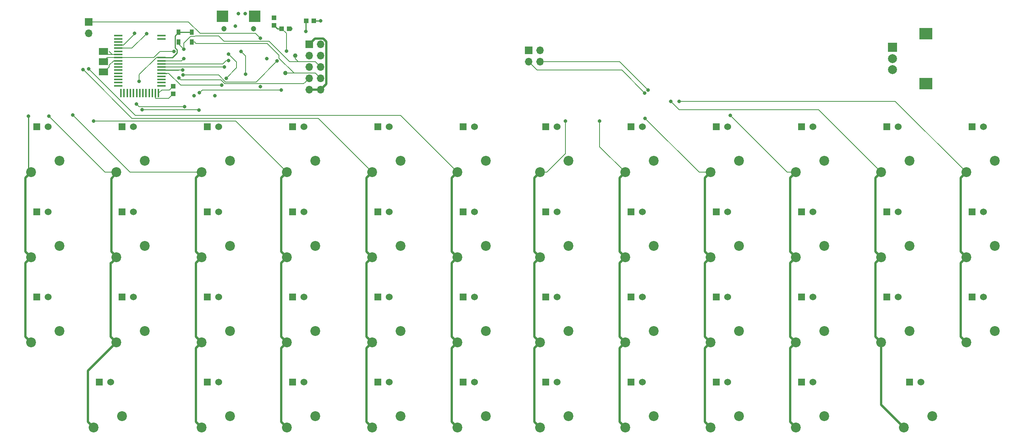
<source format=gbr>
%TF.GenerationSoftware,KiCad,Pcbnew,(5.1.8)-1*%
%TF.CreationDate,2021-03-07T17:47:24+01:00*%
%TF.ProjectId,splitboard,73706c69-7462-46f6-9172-642e6b696361,rev?*%
%TF.SameCoordinates,Original*%
%TF.FileFunction,Copper,L2,Bot*%
%TF.FilePolarity,Positive*%
%FSLAX46Y46*%
G04 Gerber Fmt 4.6, Leading zero omitted, Abs format (unit mm)*
G04 Created by KiCad (PCBNEW (5.1.8)-1) date 2021-03-07 17:47:24*
%MOMM*%
%LPD*%
G01*
G04 APERTURE LIST*
%TA.AperFunction,SMDPad,CuDef*%
%ADD10R,1.850000X0.450000*%
%TD*%
%TA.AperFunction,SMDPad,CuDef*%
%ADD11R,0.450000X1.850000*%
%TD*%
%TA.AperFunction,ComponentPad*%
%ADD12C,2.200000*%
%TD*%
%TA.AperFunction,ComponentPad*%
%ADD13R,1.524000X1.524000*%
%TD*%
%TA.AperFunction,ComponentPad*%
%ADD14C,1.524000*%
%TD*%
%TA.AperFunction,ComponentPad*%
%ADD15R,1.700000X1.700000*%
%TD*%
%TA.AperFunction,ComponentPad*%
%ADD16O,1.700000X1.700000*%
%TD*%
%TA.AperFunction,SMDPad,CuDef*%
%ADD17R,0.900000X1.200000*%
%TD*%
%TA.AperFunction,SMDPad,CuDef*%
%ADD18C,1.000000*%
%TD*%
%TA.AperFunction,ComponentPad*%
%ADD19R,2.000000X2.000000*%
%TD*%
%TA.AperFunction,ComponentPad*%
%ADD20C,2.000000*%
%TD*%
%TA.AperFunction,ComponentPad*%
%ADD21R,3.000000X2.500000*%
%TD*%
%TA.AperFunction,ComponentPad*%
%ADD22C,1.200000*%
%TD*%
%TA.AperFunction,ComponentPad*%
%ADD23R,2.500000X2.500000*%
%TD*%
%TA.AperFunction,SMDPad,CuDef*%
%ADD24R,2.000000X1.500000*%
%TD*%
%TA.AperFunction,SMDPad,CuDef*%
%ADD25R,1.000000X1.100000*%
%TD*%
%TA.AperFunction,SMDPad,CuDef*%
%ADD26R,1.100000X1.000000*%
%TD*%
%TA.AperFunction,ViaPad*%
%ADD27C,0.800000*%
%TD*%
%TA.AperFunction,Conductor*%
%ADD28C,0.200000*%
%TD*%
%TA.AperFunction,Conductor*%
%ADD29C,0.500000*%
%TD*%
%TA.AperFunction,Conductor*%
%ADD30C,0.250000*%
%TD*%
G04 APERTURE END LIST*
D10*
%TO.P,U5,42*%
%TO.N,GND*%
X40387000Y-65342000D03*
%TO.P,U5,41*%
%TO.N,DEC2*%
X40387000Y-66042000D03*
%TO.P,U5,40*%
%TO.N,Net-(U5-Pad40)*%
X40387000Y-66742000D03*
%TO.P,U5,39*%
%TO.N,/CONNECTED*%
X40387000Y-67442000D03*
%TO.P,U5,38*%
%TO.N,/MODE*%
X40387000Y-68142000D03*
%TO.P,U5,37*%
%TO.N,Net-(U5-Pad37)*%
X40387000Y-68842000D03*
%TO.P,U5,36*%
%TO.N,/SWCLK*%
X40387000Y-69542000D03*
%TO.P,U5,35*%
%TO.N,/4_SWDIO/RST*%
X40387000Y-70242000D03*
%TO.P,U5,34*%
%TO.N,/FCTRYRST*%
X40387000Y-70942000D03*
%TO.P,U5,33*%
%TO.N,Net-(U5-Pad33)*%
X40387000Y-71642000D03*
%TO.P,U5,32*%
%TO.N,Net-(U5-Pad32)*%
X40387000Y-72342000D03*
%TO.P,U5,31*%
%TO.N,Net-(U5-Pad31)*%
X40387000Y-73042000D03*
%TO.P,U5,30*%
%TO.N,Net-(U5-Pad30)*%
X40387000Y-73742000D03*
%TO.P,U5,29*%
%TO.N,Net-(U5-Pad29)*%
X40387000Y-74442000D03*
%TO.P,U5,28*%
%TO.N,Net-(U5-Pad28)*%
X40387000Y-75142000D03*
%TO.P,U5,27*%
%TO.N,Net-(U5-Pad27)*%
X40387000Y-75842000D03*
%TO.P,U5,26*%
%TO.N,Net-(U5-Pad26)*%
X40387000Y-76542000D03*
D11*
%TO.P,U5,25*%
%TO.N,GND*%
X41012000Y-78167000D03*
%TO.P,U5,24*%
%TO.N,Net-(U5-Pad24)*%
X41712000Y-78167000D03*
%TO.P,U5,23*%
%TO.N,Net-(U5-Pad23)*%
X42412000Y-78167000D03*
%TO.P,U5,22*%
%TO.N,Net-(U5-Pad22)*%
X43112000Y-78167000D03*
%TO.P,U5,21*%
%TO.N,Net-(U5-Pad21)*%
X43812000Y-78167000D03*
%TO.P,U5,20*%
%TO.N,Net-(U5-Pad20)*%
X44512000Y-78167000D03*
%TO.P,U5,19*%
%TO.N,Net-(U5-Pad19)*%
X45212000Y-78167000D03*
%TO.P,U5,18*%
%TO.N,Net-(U5-Pad18)*%
X45912000Y-78167000D03*
%TO.P,U5,17*%
%TO.N,Net-(U5-Pad17)*%
X46612000Y-78167000D03*
%TO.P,U5,16*%
%TO.N,GND*%
X47312000Y-78167000D03*
%TO.P,U5,15*%
%TO.N,DCC*%
X48012000Y-78167000D03*
%TO.P,U5,14*%
%TO.N,+3V3*%
X48712000Y-78167000D03*
%TO.P,U5,13*%
%TO.N,GND*%
X49412000Y-78167000D03*
D10*
%TO.P,U5,12*%
%TO.N,Net-(U5-Pad12)*%
X50037000Y-76542000D03*
%TO.P,U5,11*%
%TO.N,Net-(U5-Pad11)*%
X50037000Y-75842000D03*
%TO.P,U5,10*%
%TO.N,Net-(U5-Pad10)*%
X50037000Y-75142000D03*
%TO.P,U5,9*%
%TO.N,Net-(U5-Pad9)*%
X50037000Y-74442000D03*
%TO.P,U5,8*%
%TO.N,/7_BLE_IRQ*%
X50037000Y-73742000D03*
%TO.P,U5,7*%
%TO.N,/8_BLE_CS*%
X50037000Y-73042000D03*
%TO.P,U5,6*%
%TO.N,/MOSI*%
X50037000Y-72342000D03*
%TO.P,U5,5*%
%TO.N,/MISO*%
X50037000Y-71642000D03*
%TO.P,U5,4*%
%TO.N,/SCK*%
X50037000Y-70942000D03*
%TO.P,U5,3*%
%TO.N,+3V3*%
X50037000Y-70242000D03*
%TO.P,U5,2*%
%TO.N,GND*%
X50037000Y-66042000D03*
%TO.P,U5,1*%
X50037000Y-65342000D03*
%TD*%
D12*
%TO.P,SW44,1*%
%TO.N,Net-(SW41-Pad1)*%
X215900000Y-153035000D03*
%TO.P,SW44,2*%
%TO.N,Net-(SW28-Pad2)*%
X222250000Y-150495000D03*
D13*
%TO.P,SW44,3*%
%TO.N,gnd1*%
X217170000Y-142875000D03*
D14*
%TO.P,SW44,4*%
%TO.N,Net-(R44-Pad1)*%
X219710000Y-142875000D03*
%TD*%
D12*
%TO.P,SW5,1*%
%TO.N,Net-(SW5-Pad1)*%
X40005000Y-95885000D03*
%TO.P,SW5,2*%
%TO.N,Net-(SW1-Pad2)*%
X46355000Y-93345000D03*
D13*
%TO.P,SW5,3*%
%TO.N,GND*%
X41275000Y-85725000D03*
D14*
%TO.P,SW5,4*%
%TO.N,Net-(R5-Pad1)*%
X43815000Y-85725000D03*
%TD*%
D12*
%TO.P,SW1,1*%
%TO.N,Net-(SW1-Pad1)*%
X20955000Y-95885000D03*
%TO.P,SW1,2*%
%TO.N,Net-(SW1-Pad2)*%
X27305000Y-93345000D03*
D13*
%TO.P,SW1,3*%
%TO.N,GND*%
X22225000Y-85725000D03*
D14*
%TO.P,SW1,4*%
%TO.N,Net-(R1-Pad1)*%
X24765000Y-85725000D03*
%TD*%
D12*
%TO.P,SW22,1*%
%TO.N,Net-(SW21-Pad1)*%
X116205000Y-114935000D03*
%TO.P,SW22,2*%
%TO.N,Net-(SW10-Pad2)*%
X122555000Y-112395000D03*
D13*
%TO.P,SW22,3*%
%TO.N,GND*%
X117475000Y-104775000D03*
D14*
%TO.P,SW22,4*%
%TO.N,Net-(R22-Pad1)*%
X120015000Y-104775000D03*
%TD*%
D12*
%TO.P,SW3,1*%
%TO.N,Net-(SW1-Pad1)*%
X20955000Y-133985000D03*
%TO.P,SW3,2*%
%TO.N,Net-(SW11-Pad2)*%
X27305000Y-131445000D03*
D13*
%TO.P,SW3,3*%
%TO.N,GND*%
X22225000Y-123825000D03*
D14*
%TO.P,SW3,4*%
%TO.N,Net-(R3-Pad1)*%
X24765000Y-123825000D03*
%TD*%
D12*
%TO.P,SW24,1*%
%TO.N,Net-(SW21-Pad1)*%
X116205000Y-153035000D03*
%TO.P,SW24,2*%
%TO.N,Net-(SW12-Pad2)*%
X122555000Y-150495000D03*
D13*
%TO.P,SW24,3*%
%TO.N,GND*%
X117475000Y-142875000D03*
D14*
%TO.P,SW24,4*%
%TO.N,Net-(R24-Pad1)*%
X120015000Y-142875000D03*
%TD*%
D12*
%TO.P,SW19,1*%
%TO.N,Net-(SW17-Pad1)*%
X97155000Y-133985000D03*
%TO.P,SW19,2*%
%TO.N,Net-(SW11-Pad2)*%
X103505000Y-131445000D03*
D13*
%TO.P,SW19,3*%
%TO.N,GND*%
X98425000Y-123825000D03*
D14*
%TO.P,SW19,4*%
%TO.N,Net-(R19-Pad1)*%
X100965000Y-123825000D03*
%TD*%
D12*
%TO.P,SW15,1*%
%TO.N,Net-(SW13-Pad1)*%
X78105000Y-133985000D03*
%TO.P,SW15,2*%
%TO.N,Net-(SW11-Pad2)*%
X84455000Y-131445000D03*
D13*
%TO.P,SW15,3*%
%TO.N,GND*%
X79375000Y-123825000D03*
D14*
%TO.P,SW15,4*%
%TO.N,Net-(R15-Pad1)*%
X81915000Y-123825000D03*
%TD*%
D12*
%TO.P,SW47,1*%
%TO.N,Net-(SW45-Pad1)*%
X229870000Y-133985000D03*
%TO.P,SW47,2*%
%TO.N,Net-(SW27-Pad2)*%
X236220000Y-131445000D03*
D13*
%TO.P,SW47,3*%
%TO.N,gnd1*%
X231140000Y-123825000D03*
D14*
%TO.P,SW47,4*%
%TO.N,Net-(R47-Pad1)*%
X233680000Y-123825000D03*
%TD*%
D12*
%TO.P,SW46,1*%
%TO.N,Net-(SW45-Pad1)*%
X229870000Y-114935000D03*
%TO.P,SW46,2*%
%TO.N,Net-(SW26-Pad2)*%
X236220000Y-112395000D03*
D13*
%TO.P,SW46,3*%
%TO.N,gnd1*%
X231140000Y-104775000D03*
D14*
%TO.P,SW46,4*%
%TO.N,Net-(R46-Pad1)*%
X233680000Y-104775000D03*
%TD*%
D12*
%TO.P,SW45,1*%
%TO.N,Net-(SW45-Pad1)*%
X229870000Y-95885000D03*
%TO.P,SW45,2*%
%TO.N,Net-(SW25-Pad2)*%
X236220000Y-93345000D03*
D13*
%TO.P,SW45,3*%
%TO.N,gnd1*%
X231140000Y-85725000D03*
D14*
%TO.P,SW45,4*%
%TO.N,Net-(R45-Pad1)*%
X233680000Y-85725000D03*
%TD*%
D12*
%TO.P,SW43,1*%
%TO.N,Net-(SW41-Pad1)*%
X210820000Y-133985000D03*
%TO.P,SW43,2*%
%TO.N,Net-(SW27-Pad2)*%
X217170000Y-131445000D03*
D13*
%TO.P,SW43,3*%
%TO.N,gnd1*%
X212090000Y-123825000D03*
D14*
%TO.P,SW43,4*%
%TO.N,Net-(R43-Pad1)*%
X214630000Y-123825000D03*
%TD*%
D12*
%TO.P,SW42,1*%
%TO.N,Net-(SW41-Pad1)*%
X210820000Y-114935000D03*
%TO.P,SW42,2*%
%TO.N,Net-(SW26-Pad2)*%
X217170000Y-112395000D03*
D13*
%TO.P,SW42,3*%
%TO.N,gnd1*%
X212090000Y-104775000D03*
D14*
%TO.P,SW42,4*%
%TO.N,Net-(R42-Pad1)*%
X214630000Y-104775000D03*
%TD*%
D12*
%TO.P,SW41,1*%
%TO.N,Net-(SW41-Pad1)*%
X210820000Y-95885000D03*
%TO.P,SW41,2*%
%TO.N,Net-(SW25-Pad2)*%
X217170000Y-93345000D03*
D13*
%TO.P,SW41,3*%
%TO.N,gnd1*%
X212090000Y-85725000D03*
D14*
%TO.P,SW41,4*%
%TO.N,Net-(R41-Pad1)*%
X214630000Y-85725000D03*
%TD*%
D12*
%TO.P,SW40,1*%
%TO.N,Net-(SW37-Pad1)*%
X191770000Y-153035000D03*
%TO.P,SW40,2*%
%TO.N,Net-(SW28-Pad2)*%
X198120000Y-150495000D03*
D13*
%TO.P,SW40,3*%
%TO.N,gnd1*%
X193040000Y-142875000D03*
D14*
%TO.P,SW40,4*%
%TO.N,Net-(R40-Pad1)*%
X195580000Y-142875000D03*
%TD*%
D12*
%TO.P,SW39,1*%
%TO.N,Net-(SW37-Pad1)*%
X191770000Y-133985000D03*
%TO.P,SW39,2*%
%TO.N,Net-(SW27-Pad2)*%
X198120000Y-131445000D03*
D13*
%TO.P,SW39,3*%
%TO.N,gnd1*%
X193040000Y-123825000D03*
D14*
%TO.P,SW39,4*%
%TO.N,Net-(R39-Pad1)*%
X195580000Y-123825000D03*
%TD*%
D12*
%TO.P,SW38,1*%
%TO.N,Net-(SW37-Pad1)*%
X191770000Y-114935000D03*
%TO.P,SW38,2*%
%TO.N,Net-(SW26-Pad2)*%
X198120000Y-112395000D03*
D13*
%TO.P,SW38,3*%
%TO.N,gnd1*%
X193040000Y-104775000D03*
D14*
%TO.P,SW38,4*%
%TO.N,Net-(R38-Pad1)*%
X195580000Y-104775000D03*
%TD*%
D12*
%TO.P,SW37,1*%
%TO.N,Net-(SW37-Pad1)*%
X191770000Y-95885000D03*
%TO.P,SW37,2*%
%TO.N,Net-(SW25-Pad2)*%
X198120000Y-93345000D03*
D13*
%TO.P,SW37,3*%
%TO.N,gnd1*%
X193040000Y-85725000D03*
D14*
%TO.P,SW37,4*%
%TO.N,Net-(R37-Pad1)*%
X195580000Y-85725000D03*
%TD*%
D12*
%TO.P,SW36,1*%
%TO.N,Net-(SW33-Pad1)*%
X172720000Y-153035000D03*
%TO.P,SW36,2*%
%TO.N,Net-(SW28-Pad2)*%
X179070000Y-150495000D03*
D13*
%TO.P,SW36,3*%
%TO.N,gnd1*%
X173990000Y-142875000D03*
D14*
%TO.P,SW36,4*%
%TO.N,Net-(R36-Pad1)*%
X176530000Y-142875000D03*
%TD*%
D12*
%TO.P,SW35,1*%
%TO.N,Net-(SW33-Pad1)*%
X172720000Y-133985000D03*
%TO.P,SW35,2*%
%TO.N,Net-(SW27-Pad2)*%
X179070000Y-131445000D03*
D13*
%TO.P,SW35,3*%
%TO.N,gnd1*%
X173990000Y-123825000D03*
D14*
%TO.P,SW35,4*%
%TO.N,Net-(R35-Pad1)*%
X176530000Y-123825000D03*
%TD*%
D12*
%TO.P,SW34,1*%
%TO.N,Net-(SW33-Pad1)*%
X172720000Y-114935000D03*
%TO.P,SW34,2*%
%TO.N,Net-(SW26-Pad2)*%
X179070000Y-112395000D03*
D13*
%TO.P,SW34,3*%
%TO.N,gnd1*%
X173990000Y-104775000D03*
D14*
%TO.P,SW34,4*%
%TO.N,Net-(R34-Pad1)*%
X176530000Y-104775000D03*
%TD*%
D12*
%TO.P,SW33,1*%
%TO.N,Net-(SW33-Pad1)*%
X172720000Y-95885000D03*
%TO.P,SW33,2*%
%TO.N,Net-(SW25-Pad2)*%
X179070000Y-93345000D03*
D13*
%TO.P,SW33,3*%
%TO.N,gnd1*%
X173990000Y-85725000D03*
D14*
%TO.P,SW33,4*%
%TO.N,Net-(R33-Pad1)*%
X176530000Y-85725000D03*
%TD*%
D12*
%TO.P,SW32,1*%
%TO.N,Net-(SW29-Pad1)*%
X153670000Y-153035000D03*
%TO.P,SW32,2*%
%TO.N,Net-(SW28-Pad2)*%
X160020000Y-150495000D03*
D13*
%TO.P,SW32,3*%
%TO.N,gnd1*%
X154940000Y-142875000D03*
D14*
%TO.P,SW32,4*%
%TO.N,Net-(R32-Pad1)*%
X157480000Y-142875000D03*
%TD*%
D12*
%TO.P,SW31,1*%
%TO.N,Net-(SW29-Pad1)*%
X153670000Y-133985000D03*
%TO.P,SW31,2*%
%TO.N,Net-(SW27-Pad2)*%
X160020000Y-131445000D03*
D13*
%TO.P,SW31,3*%
%TO.N,gnd1*%
X154940000Y-123825000D03*
D14*
%TO.P,SW31,4*%
%TO.N,Net-(R31-Pad1)*%
X157480000Y-123825000D03*
%TD*%
D12*
%TO.P,SW30,1*%
%TO.N,Net-(SW29-Pad1)*%
X153670000Y-114935000D03*
%TO.P,SW30,2*%
%TO.N,Net-(SW26-Pad2)*%
X160020000Y-112395000D03*
D13*
%TO.P,SW30,3*%
%TO.N,gnd1*%
X154940000Y-104775000D03*
D14*
%TO.P,SW30,4*%
%TO.N,Net-(R30-Pad1)*%
X157480000Y-104775000D03*
%TD*%
D12*
%TO.P,SW29,1*%
%TO.N,Net-(SW29-Pad1)*%
X153670000Y-95885000D03*
%TO.P,SW29,2*%
%TO.N,Net-(SW25-Pad2)*%
X160020000Y-93345000D03*
D13*
%TO.P,SW29,3*%
%TO.N,gnd1*%
X154940000Y-85725000D03*
D14*
%TO.P,SW29,4*%
%TO.N,Net-(R29-Pad1)*%
X157480000Y-85725000D03*
%TD*%
D12*
%TO.P,SW28,1*%
%TO.N,Net-(SW25-Pad1)*%
X134620000Y-153035000D03*
%TO.P,SW28,2*%
%TO.N,Net-(SW28-Pad2)*%
X140970000Y-150495000D03*
D13*
%TO.P,SW28,3*%
%TO.N,gnd1*%
X135890000Y-142875000D03*
D14*
%TO.P,SW28,4*%
%TO.N,Net-(R28-Pad1)*%
X138430000Y-142875000D03*
%TD*%
D12*
%TO.P,SW27,1*%
%TO.N,Net-(SW25-Pad1)*%
X134620000Y-133985000D03*
%TO.P,SW27,2*%
%TO.N,Net-(SW27-Pad2)*%
X140970000Y-131445000D03*
D13*
%TO.P,SW27,3*%
%TO.N,gnd1*%
X135890000Y-123825000D03*
D14*
%TO.P,SW27,4*%
%TO.N,Net-(R27-Pad1)*%
X138430000Y-123825000D03*
%TD*%
D12*
%TO.P,SW26,1*%
%TO.N,Net-(SW25-Pad1)*%
X134620000Y-114935000D03*
%TO.P,SW26,2*%
%TO.N,Net-(SW26-Pad2)*%
X140970000Y-112395000D03*
D13*
%TO.P,SW26,3*%
%TO.N,gnd1*%
X135890000Y-104775000D03*
D14*
%TO.P,SW26,4*%
%TO.N,Net-(R26-Pad1)*%
X138430000Y-104775000D03*
%TD*%
D12*
%TO.P,SW25,1*%
%TO.N,Net-(SW25-Pad1)*%
X134620000Y-95885000D03*
%TO.P,SW25,2*%
%TO.N,Net-(SW25-Pad2)*%
X140970000Y-93345000D03*
D13*
%TO.P,SW25,3*%
%TO.N,gnd1*%
X135890000Y-85725000D03*
D14*
%TO.P,SW25,4*%
%TO.N,Net-(R25-Pad1)*%
X138430000Y-85725000D03*
%TD*%
D12*
%TO.P,SW23,1*%
%TO.N,Net-(SW21-Pad1)*%
X116205000Y-133985000D03*
%TO.P,SW23,2*%
%TO.N,Net-(SW11-Pad2)*%
X122555000Y-131445000D03*
D13*
%TO.P,SW23,3*%
%TO.N,GND*%
X117475000Y-123825000D03*
D14*
%TO.P,SW23,4*%
%TO.N,Net-(R23-Pad1)*%
X120015000Y-123825000D03*
%TD*%
D12*
%TO.P,SW21,1*%
%TO.N,Net-(SW21-Pad1)*%
X116205000Y-95885000D03*
%TO.P,SW21,2*%
%TO.N,Net-(SW1-Pad2)*%
X122555000Y-93345000D03*
D13*
%TO.P,SW21,3*%
%TO.N,GND*%
X117475000Y-85725000D03*
D14*
%TO.P,SW21,4*%
%TO.N,Net-(R21-Pad1)*%
X120015000Y-85725000D03*
%TD*%
D12*
%TO.P,SW20,1*%
%TO.N,Net-(SW17-Pad1)*%
X97155000Y-153035000D03*
%TO.P,SW20,2*%
%TO.N,Net-(SW12-Pad2)*%
X103505000Y-150495000D03*
D13*
%TO.P,SW20,3*%
%TO.N,GND*%
X98425000Y-142875000D03*
D14*
%TO.P,SW20,4*%
%TO.N,Net-(R20-Pad1)*%
X100965000Y-142875000D03*
%TD*%
D12*
%TO.P,SW18,1*%
%TO.N,Net-(SW17-Pad1)*%
X97155000Y-114935000D03*
%TO.P,SW18,2*%
%TO.N,Net-(SW10-Pad2)*%
X103505000Y-112395000D03*
D13*
%TO.P,SW18,3*%
%TO.N,GND*%
X98425000Y-104775000D03*
D14*
%TO.P,SW18,4*%
%TO.N,Net-(R18-Pad1)*%
X100965000Y-104775000D03*
%TD*%
D12*
%TO.P,SW17,1*%
%TO.N,Net-(SW17-Pad1)*%
X97155000Y-95885000D03*
%TO.P,SW17,2*%
%TO.N,Net-(SW1-Pad2)*%
X103505000Y-93345000D03*
D13*
%TO.P,SW17,3*%
%TO.N,GND*%
X98425000Y-85725000D03*
D14*
%TO.P,SW17,4*%
%TO.N,Net-(R17-Pad1)*%
X100965000Y-85725000D03*
%TD*%
D12*
%TO.P,SW16,1*%
%TO.N,Net-(SW13-Pad1)*%
X78105000Y-153035000D03*
%TO.P,SW16,2*%
%TO.N,Net-(SW12-Pad2)*%
X84455000Y-150495000D03*
D13*
%TO.P,SW16,3*%
%TO.N,GND*%
X79375000Y-142875000D03*
D14*
%TO.P,SW16,4*%
%TO.N,Net-(R16-Pad1)*%
X81915000Y-142875000D03*
%TD*%
D12*
%TO.P,SW14,1*%
%TO.N,Net-(SW13-Pad1)*%
X78105000Y-114935000D03*
%TO.P,SW14,2*%
%TO.N,Net-(SW10-Pad2)*%
X84455000Y-112395000D03*
D13*
%TO.P,SW14,3*%
%TO.N,GND*%
X79375000Y-104775000D03*
D14*
%TO.P,SW14,4*%
%TO.N,Net-(R14-Pad1)*%
X81915000Y-104775000D03*
%TD*%
D12*
%TO.P,SW13,1*%
%TO.N,Net-(SW13-Pad1)*%
X78105000Y-95885000D03*
%TO.P,SW13,2*%
%TO.N,Net-(SW1-Pad2)*%
X84455000Y-93345000D03*
D13*
%TO.P,SW13,3*%
%TO.N,GND*%
X79375000Y-85725000D03*
D14*
%TO.P,SW13,4*%
%TO.N,Net-(R13-Pad1)*%
X81915000Y-85725000D03*
%TD*%
D12*
%TO.P,SW12,1*%
%TO.N,Net-(SW10-Pad1)*%
X59055000Y-153035000D03*
%TO.P,SW12,2*%
%TO.N,Net-(SW12-Pad2)*%
X65405000Y-150495000D03*
D13*
%TO.P,SW12,3*%
%TO.N,GND*%
X60325000Y-142875000D03*
D14*
%TO.P,SW12,4*%
%TO.N,Net-(R12-Pad1)*%
X62865000Y-142875000D03*
%TD*%
D12*
%TO.P,SW11,1*%
%TO.N,Net-(SW10-Pad1)*%
X59055000Y-133985000D03*
%TO.P,SW11,2*%
%TO.N,Net-(SW11-Pad2)*%
X65405000Y-131445000D03*
D13*
%TO.P,SW11,3*%
%TO.N,GND*%
X60325000Y-123825000D03*
D14*
%TO.P,SW11,4*%
%TO.N,Net-(R11-Pad1)*%
X62865000Y-123825000D03*
%TD*%
D12*
%TO.P,SW10,1*%
%TO.N,Net-(SW10-Pad1)*%
X59055000Y-114935000D03*
%TO.P,SW10,2*%
%TO.N,Net-(SW10-Pad2)*%
X65405000Y-112395000D03*
D13*
%TO.P,SW10,3*%
%TO.N,GND*%
X60325000Y-104775000D03*
D14*
%TO.P,SW10,4*%
%TO.N,Net-(R10-Pad1)*%
X62865000Y-104775000D03*
%TD*%
D12*
%TO.P,SW9,1*%
%TO.N,Net-(SW10-Pad1)*%
X59055000Y-95885000D03*
%TO.P,SW9,2*%
%TO.N,Net-(SW1-Pad2)*%
X65405000Y-93345000D03*
D13*
%TO.P,SW9,3*%
%TO.N,GND*%
X60325000Y-85725000D03*
D14*
%TO.P,SW9,4*%
%TO.N,Net-(R9-Pad1)*%
X62865000Y-85725000D03*
%TD*%
D12*
%TO.P,SW8,1*%
%TO.N,Net-(SW5-Pad1)*%
X34925000Y-153035000D03*
%TO.P,SW8,2*%
%TO.N,Net-(SW12-Pad2)*%
X41275000Y-150495000D03*
D13*
%TO.P,SW8,3*%
%TO.N,GND*%
X36195000Y-142875000D03*
D14*
%TO.P,SW8,4*%
%TO.N,Net-(R8-Pad1)*%
X38735000Y-142875000D03*
%TD*%
D12*
%TO.P,SW7,1*%
%TO.N,Net-(SW5-Pad1)*%
X40005000Y-133985000D03*
%TO.P,SW7,2*%
%TO.N,Net-(SW11-Pad2)*%
X46355000Y-131445000D03*
D13*
%TO.P,SW7,3*%
%TO.N,GND*%
X41275000Y-123825000D03*
D14*
%TO.P,SW7,4*%
%TO.N,Net-(R7-Pad1)*%
X43815000Y-123825000D03*
%TD*%
D12*
%TO.P,SW6,1*%
%TO.N,Net-(SW5-Pad1)*%
X40005000Y-114935000D03*
%TO.P,SW6,2*%
%TO.N,Net-(SW10-Pad2)*%
X46355000Y-112395000D03*
D13*
%TO.P,SW6,3*%
%TO.N,GND*%
X41275000Y-104775000D03*
D14*
%TO.P,SW6,4*%
%TO.N,Net-(R6-Pad1)*%
X43815000Y-104775000D03*
%TD*%
D12*
%TO.P,SW2,1*%
%TO.N,Net-(SW1-Pad1)*%
X20955000Y-114935000D03*
%TO.P,SW2,2*%
%TO.N,Net-(SW10-Pad2)*%
X27305000Y-112395000D03*
D13*
%TO.P,SW2,3*%
%TO.N,GND*%
X22225000Y-104775000D03*
D14*
%TO.P,SW2,4*%
%TO.N,Net-(R2-Pad1)*%
X24765000Y-104775000D03*
%TD*%
D15*
%TO.P,J1,1*%
%TO.N,GND*%
X83058000Y-67246500D03*
D16*
%TO.P,J1,2*%
%TO.N,VBAT*%
X85598000Y-67246500D03*
%TO.P,J1,3*%
%TO.N,+3V3*%
X83058000Y-69786500D03*
%TO.P,J1,4*%
X85598000Y-69786500D03*
%TO.P,J1,5*%
%TO.N,/A0*%
X83058000Y-72326500D03*
%TO.P,J1,6*%
%TO.N,sda*%
X85598000Y-72326500D03*
%TO.P,J1,7*%
%TO.N,/5*%
X83058000Y-74866500D03*
%TO.P,J1,8*%
%TO.N,scl*%
X85598000Y-74866500D03*
%TO.P,J1,9*%
%TO.N,GND*%
X83058000Y-77406500D03*
%TO.P,J1,10*%
X85598000Y-77406500D03*
%TD*%
D17*
%TO.P,R55,1*%
%TO.N,scl*%
X56845200Y-66784400D03*
%TO.P,R55,2*%
%TO.N,+3V3*%
X56845200Y-64584400D03*
%TD*%
%TO.P,R54,1*%
%TO.N,+3V3*%
X53848000Y-64584400D03*
%TO.P,R54,2*%
%TO.N,sda*%
X53848000Y-66784400D03*
%TD*%
D18*
%TO.P,TP2,1*%
%TO.N,sda*%
X79959200Y-69799200D03*
%TD*%
%TO.P,TP1,1*%
%TO.N,scl*%
X77724000Y-73660000D03*
%TD*%
D19*
%TO.P,SW50,A*%
%TO.N,Net-(R48-Pad2)*%
X213360000Y-67945000D03*
D20*
%TO.P,SW50,C*%
%TO.N,gnd1*%
X213360000Y-70445000D03*
%TO.P,SW50,B*%
%TO.N,Net-(R49-Pad2)*%
X213360000Y-72945000D03*
D21*
%TO.P,SW50,MP*%
%TO.N,N/C*%
X220860000Y-64845000D03*
X220860000Y-76045000D03*
%TD*%
D16*
%TO.P,J3,2*%
%TO.N,GND*%
X33782000Y-64770000D03*
D15*
%TO.P,J3,1*%
%TO.N,Net-(J3-Pad1)*%
X33782000Y-62230000D03*
%TD*%
D16*
%TO.P,J2,4*%
%TO.N,sda1*%
X134620000Y-71120000D03*
%TO.P,J2,3*%
%TO.N,scl1*%
X132080000Y-71120000D03*
%TO.P,J2,2*%
%TO.N,gnd1*%
X134620000Y-68580000D03*
D15*
%TO.P,J2,1*%
%TO.N,vcc1*%
X132080000Y-68580000D03*
%TD*%
D22*
%TO.P,X3,SPRT@2*%
%TO.N,GND*%
X64010000Y-63765000D03*
%TO.P,X3,SPRT@1*%
X70610000Y-63765000D03*
D23*
%TO.P,X3,SPRT@3*%
X70910000Y-60965000D03*
%TO.P,X3,SPRT@4*%
X63710000Y-60965000D03*
%TD*%
D24*
%TO.P,TP103,P$1*%
%TO.N,/FCTRYRST*%
X37084000Y-73406000D03*
%TD*%
%TO.P,TP102,P$1*%
%TO.N,/4_SWDIO/RST*%
X37084000Y-71120000D03*
%TD*%
%TO.P,TP101,P$1*%
%TO.N,/SWCLK*%
X37084000Y-68834000D03*
%TD*%
D25*
%TO.P,R106,2*%
%TO.N,GND*%
X75184000Y-61292000D03*
%TO.P,R106,1*%
%TO.N,/9*%
X75184000Y-62992000D03*
%TD*%
D26*
%TO.P,R103,2*%
%TO.N,/9*%
X76874000Y-63754000D03*
%TO.P,R103,1*%
%TO.N,VBAT*%
X78574000Y-63754000D03*
%TD*%
%TO.P,R102,2*%
%TO.N,Net-(R102-Pad2)*%
X82374000Y-61976000D03*
%TO.P,R102,1*%
%TO.N,Net-(CHG1-PadC)*%
X84074000Y-61976000D03*
%TD*%
D25*
%TO.P,C4,2*%
%TO.N,GND*%
X52705000Y-76620000D03*
%TO.P,C4,1*%
%TO.N,+3V3*%
X52705000Y-78320000D03*
%TD*%
D27*
%TO.N,scl*%
X56845200Y-66784400D03*
X45720000Y-81915000D03*
X58420000Y-81980010D03*
%TO.N,sda*%
X55016400Y-68376800D03*
X44449958Y-80645000D03*
X55245000Y-81214990D03*
%TO.N,GND*%
X73609200Y-70459600D03*
X66558500Y-63228277D03*
X67258500Y-60420500D03*
X68758500Y-60420500D03*
X62025000Y-78740018D03*
X72136000Y-76769990D03*
X57365018Y-78739982D03*
%TO.N,scl1*%
X158042869Y-78177137D03*
%TO.N,sda1*%
X158749948Y-77470000D03*
%TO.N,Net-(SW1-Pad1)*%
X20320000Y-83337400D03*
%TO.N,Net-(SW10-Pad1)*%
X30226000Y-83058000D03*
%TO.N,Net-(SW25-Pad1)*%
X140335000Y-84455000D03*
%TO.N,Net-(SW29-Pad1)*%
X147955000Y-84455000D03*
%TO.N,Net-(SW13-Pad1)*%
X34925000Y-84455008D03*
%TO.N,Net-(SW5-Pad1)*%
X24942800Y-83362800D03*
%TO.N,Net-(SW17-Pad1)*%
X32519998Y-72890012D03*
%TO.N,Net-(SW21-Pad1)*%
X33785852Y-72749095D03*
%TO.N,Net-(SW33-Pad1)*%
X158115000Y-83820000D03*
%TO.N,Net-(SW37-Pad1)*%
X177165000Y-83185000D03*
%TO.N,Net-(SW41-Pad1)*%
X163829996Y-80009996D03*
%TO.N,Net-(SW45-Pad1)*%
X165734990Y-80010000D03*
%TO.N,VBAT*%
X78893902Y-63754000D03*
%TO.N,+3V3*%
X45085000Y-75565000D03*
%TO.N,Net-(CHG1-PadC)*%
X85598000Y-61976000D03*
%TO.N,/A0*%
X76835000Y-77470000D03*
X58505743Y-78135002D03*
%TO.N,/5*%
X53949600Y-74828400D03*
%TO.N,/9*%
X54877025Y-74154975D03*
X75895200Y-71018400D03*
X77978000Y-68783200D03*
%TO.N,/8_BLE_CS*%
X54762400Y-73050400D03*
%TO.N,/4_SWDIO/RST*%
X52832004Y-68834000D03*
%TO.N,/MISO*%
X65024000Y-70866000D03*
%TO.N,/MOSI*%
X64135999Y-72340159D03*
%TO.N,/SCK*%
X55016399Y-70459599D03*
%TO.N,Net-(IC1-Pad4)*%
X64535997Y-74852168D03*
X65024000Y-69430000D03*
%TO.N,Net-(IC1-Pad3)*%
X68834000Y-73926002D03*
X67818000Y-68834008D03*
%TO.N,/7_BLE_IRQ*%
X63500000Y-76407766D03*
%TO.N,/MODE*%
X46736000Y-64858000D03*
%TO.N,Net-(R102-Pad2)*%
X82296000Y-64416000D03*
%TO.N,/CONNECTED*%
X44060676Y-64839256D03*
%TO.N,Net-(J3-Pad1)*%
X72143133Y-65903199D03*
%TD*%
D28*
%TO.N,scl*%
X85598000Y-74866500D02*
X84447999Y-73716499D01*
X78487605Y-73716499D02*
X80969501Y-73716499D01*
X78431106Y-73660000D02*
X78487605Y-73716499D01*
X77724000Y-73660000D02*
X78431106Y-73660000D01*
X84447999Y-73716499D02*
X80969501Y-73716499D01*
X45720000Y-81915000D02*
X58354990Y-81915000D01*
X58354990Y-81915000D02*
X58420000Y-81980010D01*
X57495200Y-66784400D02*
X56845200Y-66784400D01*
X57766800Y-67056000D02*
X57495200Y-66784400D01*
X73660000Y-67056000D02*
X57766800Y-67056000D01*
X76301600Y-69697600D02*
X73660000Y-67056000D01*
X76301600Y-70358000D02*
X76301600Y-69697600D01*
X79660099Y-73716499D02*
X76301600Y-70358000D01*
X80969501Y-73716499D02*
X79660099Y-73716499D01*
%TO.N,sda*%
X53848000Y-67208400D02*
X53848000Y-66784400D01*
X55016400Y-68376800D02*
X53848000Y-67208400D01*
X84748001Y-71476501D02*
X85598000Y-72326500D01*
X84447999Y-71176499D02*
X84748001Y-71476501D01*
X80629393Y-71176499D02*
X84447999Y-71176499D01*
X79959200Y-70506306D02*
X80629393Y-71176499D01*
X79959200Y-69799200D02*
X79959200Y-70506306D01*
X45019948Y-81214990D02*
X55245000Y-81214990D01*
X44449958Y-80645000D02*
X45019948Y-81214990D01*
X57595201Y-65424401D02*
X57595201Y-65405000D01*
X78644099Y-71176499D02*
X84447999Y-71176499D01*
X74070801Y-66603201D02*
X78644099Y-71176499D01*
X71751930Y-66548000D02*
X71807131Y-66603201D01*
X55016400Y-68376800D02*
X55016400Y-67023198D01*
X62862099Y-65405000D02*
X64005099Y-66548000D01*
X57595201Y-65405000D02*
X62862099Y-65405000D01*
X57535201Y-65484401D02*
X57595201Y-65424401D01*
X56555197Y-65484401D02*
X57535201Y-65484401D01*
X71807131Y-66603201D02*
X74070801Y-66603201D01*
X55016400Y-67023198D02*
X56555197Y-65484401D01*
X64005099Y-66548000D02*
X71751930Y-66548000D01*
D29*
%TO.N,GND*%
X86447999Y-76556501D02*
X85598000Y-77406500D01*
X86898001Y-76106499D02*
X86447999Y-76556501D01*
X86898001Y-66622499D02*
X86898001Y-76106499D01*
X86222001Y-65946499D02*
X86898001Y-66622499D01*
X84358001Y-65946499D02*
X86222001Y-65946499D01*
X83058000Y-67246500D02*
X84358001Y-65946499D01*
X85598000Y-77406500D02*
X83058000Y-77406500D01*
D28*
X51855001Y-77469999D02*
X52705000Y-76620000D01*
X50109001Y-77469999D02*
X51855001Y-77469999D01*
X49412000Y-78167000D02*
X50109001Y-77469999D01*
%TO.N,scl1*%
X132080000Y-71120000D02*
X133985000Y-73025000D01*
X152890732Y-73025000D02*
X158042869Y-78177137D01*
X133985000Y-73025000D02*
X152890732Y-73025000D01*
%TO.N,sda1*%
X152399948Y-71120000D02*
X158749948Y-77470000D01*
X134620000Y-71120000D02*
X152399948Y-71120000D01*
D29*
%TO.N,Net-(SW1-Pad1)*%
X20955000Y-133985000D02*
X19685000Y-132715000D01*
X19685000Y-132715000D02*
X19685000Y-116205000D01*
X19685000Y-116205000D02*
X20955000Y-114935000D01*
X20955000Y-114935000D02*
X19685000Y-113665000D01*
X19685000Y-113665000D02*
X19685000Y-97155000D01*
X19685000Y-97155000D02*
X20955000Y-95885000D01*
D30*
X20955000Y-95885000D02*
X20320000Y-95250000D01*
X20320000Y-95250000D02*
X20320000Y-83337400D01*
D29*
%TO.N,Net-(SW10-Pad1)*%
X59055000Y-153035000D02*
X57785000Y-151765000D01*
X57785000Y-151765000D02*
X57785000Y-135255000D01*
X57785000Y-135255000D02*
X59055000Y-133985000D01*
X59055000Y-133985000D02*
X57785000Y-132715000D01*
X57785000Y-132715000D02*
X57785000Y-116205000D01*
X57785000Y-116205000D02*
X59055000Y-114935000D01*
X59055000Y-114935000D02*
X57785000Y-113665000D01*
X57785000Y-113665000D02*
X57785000Y-97155000D01*
X57785000Y-97155000D02*
X59055000Y-95885000D01*
D28*
X30226000Y-83058000D02*
X43053000Y-95885000D01*
X43053000Y-95885000D02*
X59055000Y-95885000D01*
D29*
%TO.N,Net-(SW25-Pad1)*%
X134620000Y-153035000D02*
X133350000Y-151765000D01*
X133350000Y-151765000D02*
X133350000Y-135255000D01*
X133350000Y-135255000D02*
X134620000Y-133985000D01*
X134620000Y-133985000D02*
X133350000Y-132715000D01*
X133350000Y-132715000D02*
X133350000Y-116205000D01*
X133350000Y-116205000D02*
X134620000Y-114935000D01*
X134620000Y-114935000D02*
X133350000Y-113665000D01*
X133350000Y-113665000D02*
X133350000Y-97155000D01*
X133350000Y-97155000D02*
X134620000Y-95885000D01*
D28*
X140335000Y-91725634D02*
X140335000Y-84455000D01*
X136175634Y-95885000D02*
X140335000Y-91725634D01*
X134620000Y-95885000D02*
X136175634Y-95885000D01*
D29*
%TO.N,Net-(SW29-Pad1)*%
X153670000Y-153035000D02*
X152400000Y-151765000D01*
X152400000Y-151765000D02*
X152400000Y-135255000D01*
X152400000Y-135255000D02*
X153670000Y-133985000D01*
X153670000Y-133985000D02*
X153035000Y-133985000D01*
X153670000Y-133985000D02*
X152400000Y-132715000D01*
X152400000Y-132715000D02*
X152400000Y-116205000D01*
X152400000Y-116205000D02*
X153670000Y-114935000D01*
X153670000Y-114935000D02*
X152400000Y-113665000D01*
X152400000Y-113665000D02*
X152400000Y-97155000D01*
X152400000Y-97155000D02*
X153670000Y-95885000D01*
D28*
X153670000Y-95885000D02*
X147955000Y-90170000D01*
X147955000Y-90170000D02*
X147955000Y-84455000D01*
D29*
%TO.N,Net-(SW13-Pad1)*%
X78105000Y-153035000D02*
X76835000Y-151765000D01*
X76835000Y-151765000D02*
X76835000Y-135255000D01*
X76835000Y-135255000D02*
X78105000Y-133985000D01*
X78105000Y-133985000D02*
X76835000Y-132715000D01*
X76835000Y-132715000D02*
X76835000Y-116205000D01*
X76835000Y-116205000D02*
X78105000Y-114935000D01*
X78105000Y-114935000D02*
X76835000Y-113665000D01*
X76835000Y-113665000D02*
X76835000Y-97155000D01*
X76835000Y-97155000D02*
X78105000Y-95885000D01*
D28*
X78105000Y-95885000D02*
X66675008Y-84455008D01*
X66675008Y-84455008D02*
X34925000Y-84455008D01*
D29*
%TO.N,Net-(SW5-Pad1)*%
X40005000Y-133985000D02*
X38735000Y-132715000D01*
X38735000Y-132715000D02*
X38735000Y-116205000D01*
X38862000Y-116205000D02*
X40132000Y-114935000D01*
X38735000Y-116205000D02*
X38862000Y-116205000D01*
X40132000Y-114935000D02*
X38862000Y-113665000D01*
X38862000Y-113665000D02*
X38862000Y-97282000D01*
X40005000Y-96139000D02*
X40005000Y-95885000D01*
X38862000Y-97282000D02*
X40005000Y-96139000D01*
D28*
X37465000Y-95885000D02*
X24942800Y-83362800D01*
X40005000Y-95885000D02*
X37465000Y-95885000D01*
D29*
X33655000Y-151765000D02*
X34925000Y-153035000D01*
X33655000Y-140335000D02*
X33655000Y-151765000D01*
X40005000Y-133985000D02*
X33655000Y-140335000D01*
%TO.N,Net-(SW17-Pad1)*%
X97155000Y-153035000D02*
X95885000Y-151765000D01*
X95885000Y-151765000D02*
X95885000Y-135255000D01*
X95885000Y-135255000D02*
X97155000Y-133985000D01*
X97155000Y-133985000D02*
X95885000Y-132715000D01*
X95885000Y-132715000D02*
X95885000Y-116205000D01*
X95885000Y-116205000D02*
X97155000Y-114935000D01*
X97155000Y-114935000D02*
X95885000Y-113665000D01*
X95885000Y-113665000D02*
X95885000Y-97155000D01*
X95885000Y-97155000D02*
X97155000Y-95885000D01*
D28*
X32919997Y-73290011D02*
X32519998Y-72890012D01*
X43449986Y-83820000D02*
X32919997Y-73290011D01*
X85090000Y-83820000D02*
X43449986Y-83820000D01*
X97155000Y-95885000D02*
X85090000Y-83820000D01*
D29*
%TO.N,Net-(SW21-Pad1)*%
X116205000Y-153035000D02*
X114935000Y-151765000D01*
X114935000Y-151765000D02*
X114935000Y-135255000D01*
X114935000Y-135255000D02*
X116205000Y-133985000D01*
X116205000Y-133985000D02*
X114935000Y-132715000D01*
X114935000Y-132715000D02*
X114935000Y-116205000D01*
X114935000Y-116205000D02*
X116205000Y-114935000D01*
X116205000Y-114935000D02*
X114935000Y-113665000D01*
X114935000Y-113665000D02*
X114935000Y-97155000D01*
X114935000Y-97155000D02*
X116205000Y-95885000D01*
D28*
X34185851Y-73149094D02*
X33785852Y-72749095D01*
X44221757Y-83185000D02*
X34185851Y-73149094D01*
X103505000Y-83185000D02*
X44221757Y-83185000D01*
X116205000Y-95885000D02*
X103505000Y-83185000D01*
D29*
%TO.N,Net-(SW33-Pad1)*%
X172720000Y-153035000D02*
X171450000Y-151765000D01*
X171450000Y-151765000D02*
X171450000Y-135255000D01*
X171450000Y-135255000D02*
X172720000Y-133985000D01*
X172720000Y-133985000D02*
X171450000Y-132715000D01*
X171450000Y-132715000D02*
X171450000Y-116205000D01*
X171450000Y-116205000D02*
X172720000Y-114935000D01*
X172720000Y-114935000D02*
X171450000Y-113665000D01*
X171450000Y-97155000D02*
X172720000Y-95885000D01*
X171450000Y-113665000D02*
X171450000Y-97155000D01*
D28*
X170180000Y-95885000D02*
X158115000Y-83820000D01*
X172720000Y-95885000D02*
X170180000Y-95885000D01*
D29*
%TO.N,Net-(SW37-Pad1)*%
X191770000Y-95885000D02*
X190500000Y-97155000D01*
X190500000Y-97155000D02*
X190500000Y-113665000D01*
X190500000Y-113665000D02*
X191770000Y-114935000D01*
X191770000Y-153035000D02*
X190500000Y-151765000D01*
X190500000Y-151765000D02*
X190500000Y-135255000D01*
X190500000Y-135255000D02*
X191770000Y-133985000D01*
X191770000Y-133985000D02*
X190500000Y-132715000D01*
X190500000Y-132715000D02*
X190500000Y-116205000D01*
X190500000Y-116205000D02*
X191770000Y-114935000D01*
D28*
X189865000Y-95885000D02*
X177165000Y-83185000D01*
X191770000Y-95885000D02*
X189865000Y-95885000D01*
D29*
%TO.N,Net-(SW41-Pad1)*%
X210820000Y-133985000D02*
X209550000Y-132715000D01*
X209550000Y-132715000D02*
X209550000Y-116205000D01*
X209550000Y-116205000D02*
X210820000Y-114935000D01*
X210820000Y-114935000D02*
X209550000Y-113665000D01*
X209550000Y-113665000D02*
X209550000Y-97155000D01*
X209550000Y-97155000D02*
X210820000Y-95885000D01*
X210820000Y-95885000D02*
X210185000Y-95885000D01*
X210820000Y-147955000D02*
X215900000Y-153035000D01*
X210820000Y-133985000D02*
X210820000Y-147955000D01*
D28*
X196850000Y-81915000D02*
X165735000Y-81915000D01*
X165735000Y-81915000D02*
X163829996Y-80009996D01*
X210820000Y-95885000D02*
X196850000Y-81915000D01*
D29*
%TO.N,Net-(SW45-Pad1)*%
X229870000Y-133985000D02*
X228600000Y-132715000D01*
X228600000Y-132715000D02*
X228600000Y-116205000D01*
X228600000Y-116205000D02*
X229870000Y-114935000D01*
X229870000Y-114935000D02*
X228600000Y-113665000D01*
X228600000Y-113665000D02*
X228600000Y-97155000D01*
X228600000Y-97155000D02*
X229870000Y-95885000D01*
D28*
X213995000Y-80010000D02*
X165734990Y-80010000D01*
X229870000Y-95885000D02*
X213995000Y-80010000D01*
D30*
%TO.N,VBAT*%
X78574000Y-63754000D02*
X78893902Y-63754000D01*
D28*
%TO.N,+3V3*%
X45085000Y-74069696D02*
X45085000Y-75565000D01*
X48912696Y-70242000D02*
X45085000Y-74069696D01*
X50037000Y-70242000D02*
X48912696Y-70242000D01*
D30*
X53848000Y-64584400D02*
X56845200Y-64584400D01*
X52497006Y-70242000D02*
X50037000Y-70242000D01*
X53557005Y-69182001D02*
X52497006Y-70242000D01*
X53557005Y-68485999D02*
X53557005Y-69182001D01*
X53072999Y-68001993D02*
X53557005Y-68485999D01*
X53072999Y-65359401D02*
X53072999Y-68001993D01*
X53848000Y-64584400D02*
X53072999Y-65359401D01*
D28*
X48812001Y-79392001D02*
X51632999Y-79392001D01*
X51632999Y-79392001D02*
X52705000Y-78320000D01*
X48712000Y-79292000D02*
X48812001Y-79392001D01*
X48712000Y-78167000D02*
X48712000Y-79292000D01*
D30*
%TO.N,Net-(CHG1-PadC)*%
X85598000Y-61976000D02*
X84074000Y-61976000D01*
D28*
%TO.N,/A0*%
X59170745Y-77470000D02*
X58505743Y-78135002D01*
X76835000Y-77470000D02*
X59170745Y-77470000D01*
%TO.N,/5*%
X82208001Y-75716499D02*
X83058000Y-74866500D01*
X72495523Y-76093511D02*
X81830989Y-76093511D01*
X72472001Y-76069989D02*
X72495523Y-76093511D01*
X71799999Y-76069989D02*
X72472001Y-76069989D01*
X71776477Y-76093511D02*
X71799999Y-76069989D01*
X53949600Y-74828400D02*
X54349599Y-75228399D01*
X63334912Y-75228399D02*
X64200024Y-76093511D01*
X54349599Y-75228399D02*
X63334912Y-75228399D01*
X64200024Y-76093511D02*
X71776477Y-76093511D01*
X81830989Y-76093511D02*
X82208001Y-75716499D01*
D30*
%TO.N,/9*%
X76874000Y-63550000D02*
X76874000Y-63754000D01*
D28*
X76924000Y-63754000D02*
X76874000Y-63754000D01*
X77978000Y-64808000D02*
X76924000Y-63754000D01*
X77978000Y-68783200D02*
X77978000Y-64808000D01*
X54877025Y-74154975D02*
X62848839Y-74154975D01*
X71220100Y-75693500D02*
X75895200Y-71018400D01*
X62848839Y-74154975D02*
X64387364Y-75693500D01*
X64387364Y-75693500D02*
X71220100Y-75693500D01*
D30*
X75946000Y-63754000D02*
X75184000Y-62992000D01*
X76874000Y-63754000D02*
X75946000Y-63754000D01*
D28*
%TO.N,/8_BLE_CS*%
X54762400Y-73050400D02*
X54196715Y-73050400D01*
X54196715Y-73050400D02*
X54188315Y-73042000D01*
D30*
X51212000Y-73042000D02*
X50037000Y-73042000D01*
D28*
X54188315Y-73042000D02*
X53832715Y-73042000D01*
D30*
X53832715Y-73042000D02*
X51212000Y-73042000D01*
D28*
%TO.N,/4_SWDIO/RST*%
X37962000Y-70242000D02*
X37084000Y-71120000D01*
X40387000Y-70242000D02*
X37962000Y-70242000D01*
X49754998Y-68834000D02*
X52832004Y-68834000D01*
X48346998Y-70242000D02*
X49754998Y-68834000D01*
X40387000Y-70242000D02*
X48346998Y-70242000D01*
%TO.N,/MISO*%
X50037000Y-71642000D02*
X51162000Y-71642000D01*
X51187601Y-71667601D02*
X63772555Y-71667601D01*
X63772555Y-71667601D02*
X64574156Y-70866000D01*
X51162000Y-71642000D02*
X51187601Y-71667601D01*
X64574156Y-70866000D02*
X65024000Y-70866000D01*
%TO.N,/MOSI*%
X50037000Y-72342000D02*
X64134158Y-72342000D01*
X64134158Y-72342000D02*
X64135999Y-72340159D01*
%TO.N,/SCK*%
X50062600Y-70967600D02*
X50037000Y-70942000D01*
X54533998Y-70942000D02*
X55016399Y-70459599D01*
X50037000Y-70942000D02*
X54533998Y-70942000D01*
%TO.N,Net-(IC1-Pad4)*%
X66852800Y-72535365D02*
X64535997Y-74852168D01*
X66852800Y-71258800D02*
X66852800Y-72535365D01*
X65024000Y-69430000D02*
X66852800Y-71258800D01*
%TO.N,Net-(IC1-Pad3)*%
X68834000Y-73926002D02*
X68834000Y-69850008D01*
X68834000Y-69850008D02*
X67818000Y-68834008D01*
D30*
%TO.N,/7_BLE_IRQ*%
X51212000Y-73742000D02*
X50037000Y-73742000D01*
D28*
X62607895Y-76407862D02*
X62657138Y-76407862D01*
X62605757Y-76410000D02*
X62607895Y-76407862D01*
X62657138Y-76407862D02*
X63499904Y-76407862D01*
X63499904Y-76407862D02*
X63500000Y-76407766D01*
X54347862Y-76407862D02*
X62657138Y-76407862D01*
X51682000Y-73742000D02*
X54347862Y-76407862D01*
X51212000Y-73742000D02*
X51682000Y-73742000D01*
%TO.N,/MODE*%
X40387000Y-68142000D02*
X43452000Y-68142000D01*
X43452000Y-68142000D02*
X46736000Y-64858000D01*
D30*
%TO.N,Net-(R102-Pad2)*%
X82296000Y-62054000D02*
X82374000Y-61976000D01*
X82296000Y-64416000D02*
X82296000Y-62054000D01*
D28*
%TO.N,/CONNECTED*%
X44060676Y-64953326D02*
X44060676Y-64839256D01*
X40387000Y-67442000D02*
X41572002Y-67442000D01*
X41572002Y-67442000D02*
X44060676Y-64953326D01*
%TO.N,/SWCLK*%
X39062000Y-69542000D02*
X38354000Y-68834000D01*
X40387000Y-69542000D02*
X37792000Y-69542000D01*
%TO.N,/FCTRYRST*%
X38384001Y-72355999D02*
X37334000Y-73406000D01*
X38384001Y-71954997D02*
X38384001Y-72355999D01*
X39396998Y-70942000D02*
X38384001Y-71954997D01*
X40387000Y-70942000D02*
X39396998Y-70942000D01*
%TO.N,Net-(J3-Pad1)*%
X33782000Y-62230000D02*
X56080802Y-62230000D01*
X58671321Y-64820519D02*
X71060453Y-64820519D01*
X71060453Y-64820519D02*
X72143133Y-65903199D01*
X56080802Y-62230000D02*
X58671321Y-64820519D01*
%TD*%
M02*

</source>
